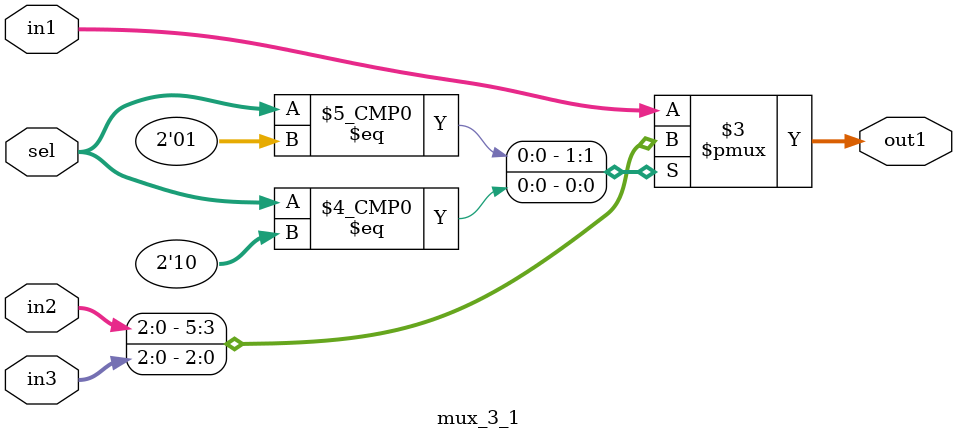
<source format=v>
`timescale 1ns / 1ps


module mux_3_1 #(parameter n=3)
(
    output 	reg	[n-1:0] 			out1,
    input 	 		[n-1:0] 			in1,
    input  			[n-1:0] 			in2,
    input  			[n-1:0] 			in3,
    input  			[1:0] 			sel
    );

always@(*)
begin 
  case(sel)
   2'b00:out1<=in1;
	2'b01:out1<=in2;
	2'b10:out1<=in3;
	default:out1<=in1;
  endcase
end

endmodule

</source>
